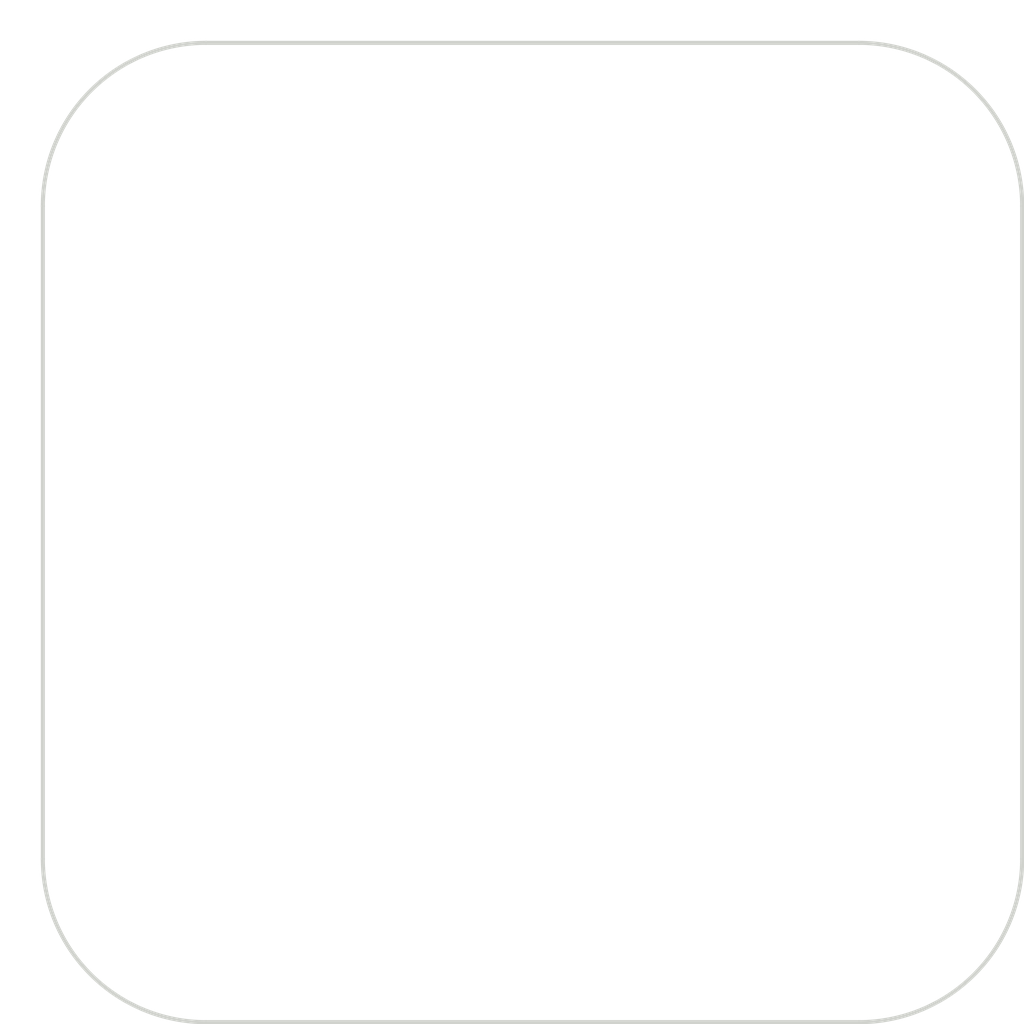
<source format=kicad_pcb>
(kicad_pcb
	(version 20240108)
	(generator "pcbnew")
	(generator_version "8.0")
	(general
		(thickness 1.5484)
		(legacy_teardrops no)
	)
	(paper "A5")
	(title_block
		(title "SET!!!")
		(date "SET!!!")
		(rev "VERV")
		(company "ELT")
		(comment 2 "SET!!!")
		(comment 3 "SET!!!")
	)
	(layers
		(0 "F.Cu" mixed)
		(1 "In1.Cu" power)
		(2 "In2.Cu" signal)
		(3 "In3.Cu" power)
		(4 "In4.Cu" power)
		(31 "B.Cu" signal)
		(32 "B.Adhes" user "B.Adhesive")
		(33 "F.Adhes" user "F.Adhesive")
		(34 "B.Paste" user)
		(35 "F.Paste" user)
		(36 "B.SilkS" user "B.Silkscreen")
		(37 "F.SilkS" user "F.Silkscreen")
		(38 "B.Mask" user)
		(39 "F.Mask" user)
		(40 "Dwgs.User" user "User.Drawings")
		(41 "Cmts.User" user "User.Comments")
		(42 "Eco1.User" user "User.Eco1")
		(43 "Eco2.User" user "User.Eco2")
		(44 "Edge.Cuts" user)
		(45 "Margin" user)
		(46 "B.CrtYd" user "B.Courtyard")
		(47 "F.CrtYd" user "F.Courtyard")
		(48 "B.Fab" user)
		(49 "F.Fab" user)
	)
	(setup
		(stackup
			(layer "F.SilkS"
				(type "Top Silk Screen")
			)
			(layer "F.Paste"
				(type "Top Solder Paste")
			)
			(layer "F.Mask"
				(type "Top Solder Mask")
				(color "Green")
				(thickness 0.005)
			)
			(layer "F.Cu"
				(type "copper")
				(thickness 0.035)
			)
			(layer "dielectric 1"
				(type "prepreg")
				(thickness 0.0994)
				(material "3313")
				(epsilon_r 4.5)
				(loss_tangent 0.02)
			)
			(layer "In1.Cu"
				(type "copper")
				(thickness 0.0152)
			)
			(layer "dielectric 2"
				(type "core")
				(thickness 0.55)
				(material "FR4")
				(epsilon_r 4.5)
				(loss_tangent 0.02)
			)
			(layer "In2.Cu"
				(type "copper")
				(thickness 0.0152)
			)
			(layer "dielectric 3"
				(type "prepreg")
				(thickness 0.1088)
				(material "2216")
				(epsilon_r 4.5)
				(loss_tangent 0.02)
			)
			(layer "In3.Cu"
				(type "copper")
				(thickness 0.0152)
			)
			(layer "dielectric 4"
				(type "core")
				(thickness 0.55)
				(material "FR4")
				(epsilon_r 4.5)
				(loss_tangent 0.02)
			)
			(layer "In4.Cu"
				(type "copper")
				(thickness 0.0152)
			)
			(layer "dielectric 5"
				(type "prepreg")
				(thickness 0.0994)
				(material "3313")
				(epsilon_r 4.5)
				(loss_tangent 0.02)
			)
			(layer "B.Cu"
				(type "copper")
				(thickness 0.035)
			)
			(layer "B.Mask"
				(type "Bottom Solder Mask")
				(color "Green")
				(thickness 0.005)
			)
			(layer "B.Paste"
				(type "Bottom Solder Paste")
			)
			(layer "B.SilkS"
				(type "Bottom Silk Screen")
			)
			(copper_finish "Immersion gold")
			(dielectric_constraints no)
		)
		(pad_to_mask_clearance 0)
		(allow_soldermask_bridges_in_footprints no)
		(aux_axis_origin 30 30)
		(grid_origin 30 30)
		(pcbplotparams
			(layerselection 0x00010fc_ffffffff)
			(plot_on_all_layers_selection 0x0000000_00000000)
			(disableapertmacros no)
			(usegerberextensions no)
			(usegerberattributes yes)
			(usegerberadvancedattributes yes)
			(creategerberjobfile yes)
			(dashed_line_dash_ratio 12.000000)
			(dashed_line_gap_ratio 3.000000)
			(svgprecision 4)
			(plotframeref no)
			(viasonmask no)
			(mode 1)
			(useauxorigin no)
			(hpglpennumber 1)
			(hpglpenspeed 20)
			(hpglpendiameter 15.000000)
			(pdf_front_fp_property_popups yes)
			(pdf_back_fp_property_popups yes)
			(dxfpolygonmode yes)
			(dxfimperialunits yes)
			(dxfusepcbnewfont yes)
			(psnegative no)
			(psa4output no)
			(plotreference yes)
			(plotvalue yes)
			(plotfptext yes)
			(plotinvisibletext no)
			(sketchpadsonfab no)
			(subtractmaskfromsilk no)
			(outputformat 1)
			(mirror no)
			(drillshape 1)
			(scaleselection 1)
			(outputdirectory "")
		)
	)
	(net 0 "")
	(gr_line
		(start 30 31)
		(end 30 29)
		(stroke
			(width 0.1)
			(type default)
		)
		(layer "Dwgs.User")
		(uuid "2d234295-a4e9-4746-9124-b08f024a2e2e")
	)
	(gr_line
		(start 31 30)
		(end 29 30)
		(stroke
			(width 0.1)
			(type default)
		)
		(layer "Dwgs.User")
		(uuid "5243a095-e707-45ff-a146-a83980720831")
	)
	(gr_line
		(start 34 30)
		(end 50 30)
		(stroke
			(width 0.1)
			(type default)
		)
		(layer "Edge.Cuts")
		(uuid "32420774-041b-427a-ba95-49513e863289")
	)
	(gr_arc
		(start 29.999999 34.000001)
		(mid 31.171572 31.171573)
		(end 34 30)
		(stroke
			(width 0.1)
			(type default)
		)
		(layer "Edge.Cuts")
		(uuid "926c1e92-b704-4125-beee-5a873cfc4da8")
	)
	(gr_arc
		(start 50 30)
		(mid 52.828428 31.171573)
		(end 54.000001 34.000001)
		(stroke
			(width 0.1)
			(type default)
		)
		(layer "Edge.Cuts")
		(uuid "93e0c87a-64d9-4498-a071-018c65a3cf8f")
	)
	(gr_arc
		(start 54 50)
		(mid 52.828427 52.828428)
		(end 49.999999 54.000001)
		(stroke
			(width 0.1)
			(type default)
		)
		(layer "Edge.Cuts")
		(uuid "a50aed70-4750-4ec1-af9b-763ba876447a")
	)
	(gr_line
		(start 29.999999 34.000001)
		(end 29.999999 50)
		(stroke
			(width 0.1)
			(type default)
		)
		(layer "Edge.Cuts")
		(uuid "b63d02d3-6342-4c27-ac2e-268e2ac8f3ad")
	)
	(gr_line
		(start 49.999999 54.000001)
		(end 34 54.000001)
		(stroke
			(width 0.1)
			(type default)
		)
		(layer "Edge.Cuts")
		(uuid "cae4907a-87ee-4a4c-95ca-20d359877e71")
	)
	(gr_arc
		(start 34 54.000001)
		(mid 31.171572 52.828428)
		(end 29.999999 50)
		(stroke
			(width 0.1)
			(type default)
		)
		(layer "Edge.Cuts")
		(uuid "e07d1935-4f59-41fa-bd1c-0ad973e30409")
	)
	(gr_line
		(start 54 49.999999)
		(end 54 34)
		(stroke
			(width 0.1)
			(type default)
		)
		(layer "Edge.Cuts")
		(uuid "f6f6389d-2fb6-4936-a061-35cf5f18ed3f")
	)
)

</source>
